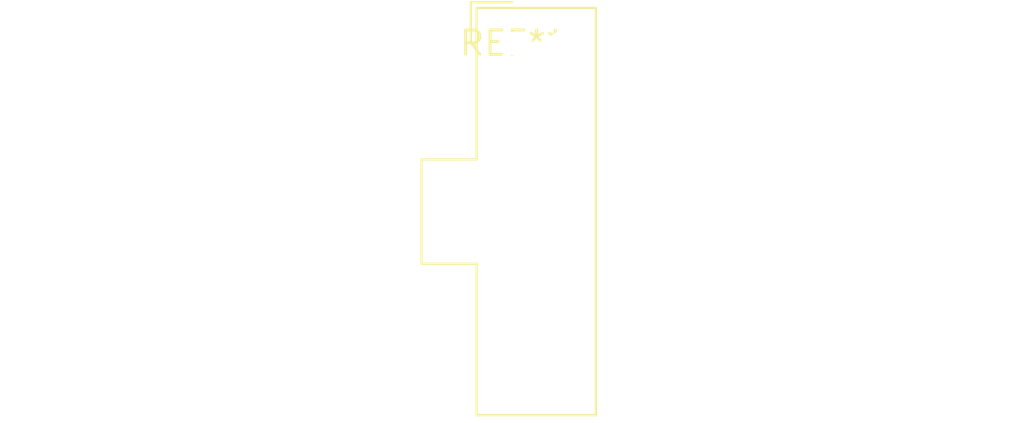
<source format=kicad_pcb>
(kicad_pcb (version 20240108) (generator pcbnew)
  (layers (0 "F.Cu" signal) (31 "B.Cu" signal) (34 "B.Paste" user) (35 "F.Paste" user) (36 "B.SilkS" user "B.Silkscreen") (37 "F.SilkS" user "F.Silkscreen") (38 "B.Mask" user) (39 "F.Mask" user) (44 "Edge.Cuts" user))
  (net 0 "")
  (footprint "Molex_Nano-Fit_105310-xx16_2x08_P2.50mm_Vertical" (layer "F.Cu") (at 0 0)
    (property "Reference" "REF**")
    (property "Value" "Molex_Nano-Fit_105310-xx16_2x08_P2.50mm_Vertical")
    (fp_line (start -4.71 6.04) (end -4.71 8.75) (layer "F.SilkS") (stroke (width 0.12)))
    (fp_line (start -4.71 11.46) (end -4.71 8.75) (layer "F.SilkS") (stroke (width 0.12)))
    (fp_line (start -2.15 -2.13) (end -2.15 0) (layer "F.SilkS") (stroke (width 0.12)))
    (fp_line (start -1.85 -1.83) (end -1.85 6.04) (layer "F.SilkS") (stroke (width 0.12)))
    (fp_line (start -1.85 6.04) (end -4.71 6.04) (layer "F.SilkS") (stroke (width 0.12)))
    (fp_line (start -1.85 11.46) (end -4.71 11.46) (layer "F.SilkS") (stroke (width 0.12)))
    (fp_line (start -1.85 19.33) (end -1.85 11.46) (layer "F.SilkS") (stroke (width 0.12)))
    (fp_line (start 0 -2.13) (end -2.15 -2.13) (layer "F.SilkS") (stroke (width 0.12)))
    (fp_line (start 4.35 -1.83) (end -1.85 -1.83) (layer "F.SilkS") (stroke (width 0.12)))
    (fp_line (start 4.35 8.75) (end 4.35 -1.83) (layer "F.SilkS") (stroke (width 0.12)))
    (fp_line (start 4.35 8.75) (end 4.35 19.33) (layer "F.SilkS") (stroke (width 0.12)))
    (fp_line (start 4.35 19.33) (end -1.85 19.33) (layer "F.SilkS") (stroke (width 0.12)))
    (pad "" np_thru_hole circle (at -1.34 8.75) (size 1.3 1.3) (drill 1.3) (layers *.Cu *.Mask))
    (pad "1" thru_hole roundrect (at 0 0) (size 1.7 1.7) (drill 1.2) (layers *.Cu *.Mask) (remove_unused_layers) (roundrect_rratio 0.147059))
    (pad "2" thru_hole circle (at 0 2.5) (size 1.7 1.7) (drill 1.2) (layers *.Cu *.Mask) (remove_unused_layers))
    (pad "3" thru_hole circle (at 0 5) (size 1.7 1.7) (drill 1.2) (layers *.Cu *.Mask) (remove_unused_layers))
    (pad "4" thru_hole circle (at 0 7.5) (size 1.7 1.7) (drill 1.2) (layers *.Cu *.Mask) (remove_unused_layers))
    (pad "5" thru_hole circle (at 0 10) (size 1.7 1.7) (drill 1.2) (layers *.Cu *.Mask) (remove_unused_layers))
    (pad "6" thru_hole circle (at 0 12.5) (size 1.7 1.7) (drill 1.2) (layers *.Cu *.Mask) (remove_unused_layers))
    (pad "7" thru_hole circle (at 0 15) (size 1.7 1.7) (drill 1.2) (layers *.Cu *.Mask) (remove_unused_layers))
    (pad "8" thru_hole circle (at 0 17.5) (size 1.7 1.7) (drill 1.2) (layers *.Cu *.Mask) (remove_unused_layers))
    (pad "9" thru_hole circle (at 2.5 0) (size 1.7 1.7) (drill 1.2) (layers *.Cu *.Mask) (remove_unused_layers))
    (pad "10" thru_hole circle (at 2.5 2.5) (size 1.7 1.7) (drill 1.2) (layers *.Cu *.Mask) (remove_unused_layers))
    (pad "11" thru_hole circle (at 2.5 5) (size 1.7 1.7) (drill 1.2) (layers *.Cu *.Mask) (remove_unused_layers))
    (pad "12" thru_hole circle (at 2.5 7.5) (size 1.7 1.7) (drill 1.2) (layers *.Cu *.Mask) (remove_unused_layers))
    (pad "13" thru_hole circle (at 2.5 10) (size 1.7 1.7) (drill 1.2) (layers *.Cu *.Mask) (remove_unused_layers))
    (pad "14" thru_hole circle (at 2.5 12.5) (size 1.7 1.7) (drill 1.2) (layers *.Cu *.Mask) (remove_unused_layers))
    (pad "15" thru_hole circle (at 2.5 15) (size 1.7 1.7) (drill 1.2) (layers *.Cu *.Mask) (remove_unused_layers))
    (pad "16" thru_hole circle (at 2.5 17.5) (size 1.7 1.7) (drill 1.2) (layers *.Cu *.Mask) (remove_unused_layers))
  )
)
</source>
